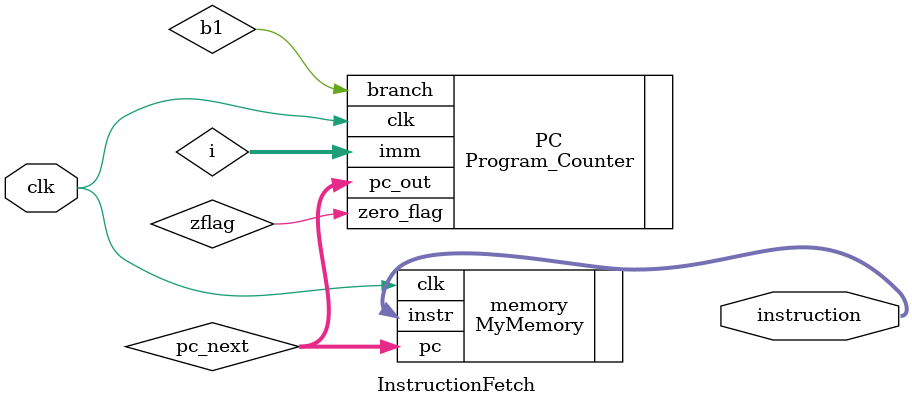
<source format=sv>
module InstructionFetch(
    input bit clk,            
    output bit [31:0] instruction 
);

    bit signed [31:0] i;          
    bit b1;              
    bit zflag;          
    bit [31:0] pc_out;
	 bit [31:0] pc_next; 

    Program_Counter PC (
        .clk(clk),
        .branch(b1),      
        .imm(i), 
		  .zero_flag(zflag),
        .pc_out(pc_next)     
    );


    MyMemory memory (
       .clk(clk),
       .pc(pc_next),
       .instr(instruction)
    );

endmodule

</source>
